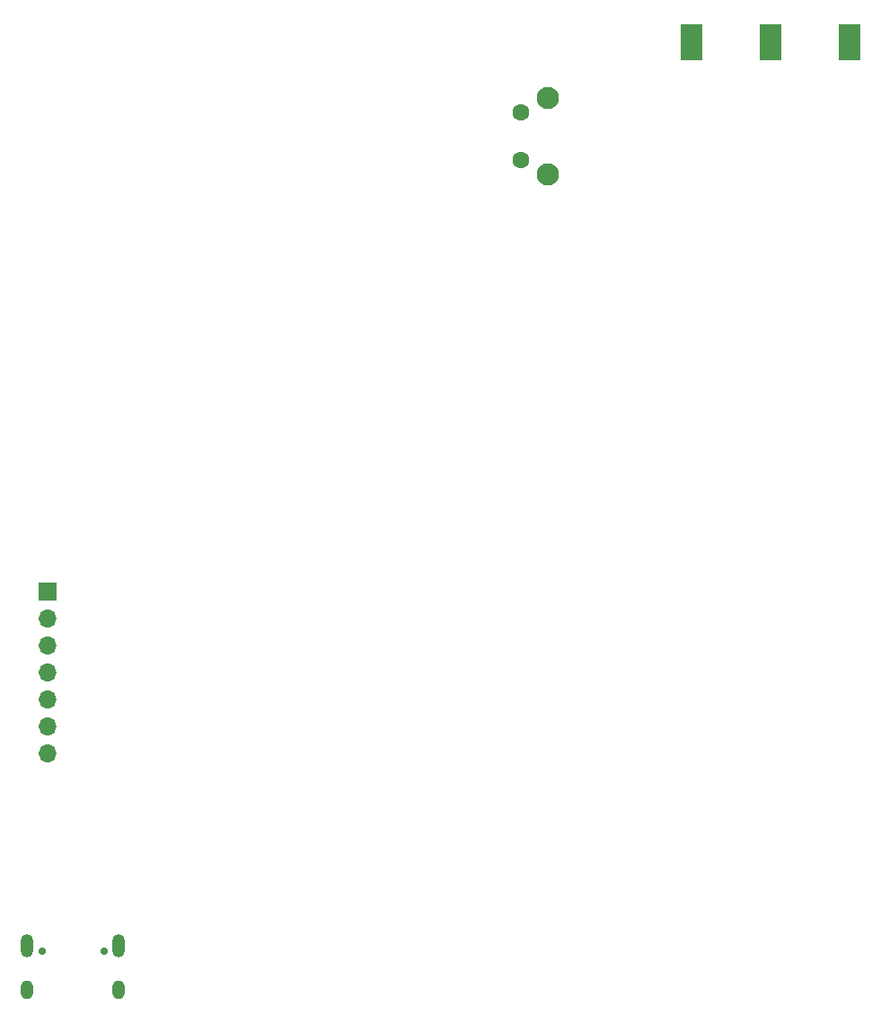
<source format=gbr>
%TF.GenerationSoftware,KiCad,Pcbnew,(6.0.4-0)*%
%TF.CreationDate,2022-06-27T20:15:40+02:00*%
%TF.ProjectId,GlowTube,476c6f77-5475-4626-952e-6b696361645f,rev?*%
%TF.SameCoordinates,Original*%
%TF.FileFunction,Soldermask,Bot*%
%TF.FilePolarity,Negative*%
%FSLAX46Y46*%
G04 Gerber Fmt 4.6, Leading zero omitted, Abs format (unit mm)*
G04 Created by KiCad (PCBNEW (6.0.4-0)) date 2022-06-27 20:15:40*
%MOMM*%
%LPD*%
G01*
G04 APERTURE LIST*
%ADD10R,1.700000X1.700000*%
%ADD11O,1.700000X1.700000*%
%ADD12C,1.600000*%
%ADD13C,2.100000*%
%ADD14C,0.700025*%
%ADD15O,1.200000X1.800000*%
%ADD16O,1.200000X2.200000*%
%ADD17R,2.000000X3.500000*%
G04 APERTURE END LIST*
D10*
%TO.C,J1*%
X89540000Y-135960000D03*
D11*
X89540000Y-138500000D03*
X89540000Y-141040000D03*
X89540000Y-143580000D03*
X89540000Y-146120000D03*
X89540000Y-148660000D03*
X89540000Y-151200000D03*
%TD*%
D12*
%TO.C,C12*%
X134145044Y-90770064D03*
X134145044Y-95269936D03*
D13*
X136644917Y-89420051D03*
X136644917Y-96619949D03*
%TD*%
D14*
%TO.C,USB1*%
X94820018Y-169772535D03*
X89039982Y-169772535D03*
D15*
X87609959Y-173452494D03*
D16*
X87609959Y-169272408D03*
D15*
X96250041Y-173452494D03*
D16*
X96250041Y-169272408D03*
%TD*%
D17*
%TO.C,P6*%
X157680000Y-84210000D03*
%TD*%
%TO.C,P5*%
X165096200Y-84210000D03*
%TD*%
%TO.C,P4*%
X150206200Y-84210000D03*
%TD*%
M02*

</source>
